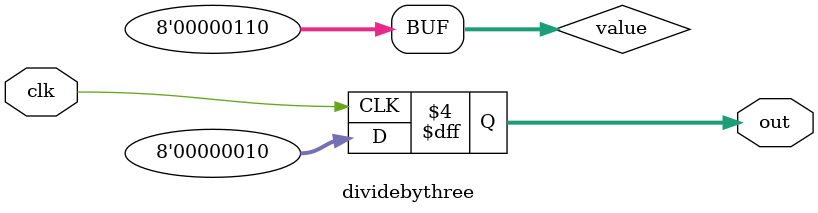
<source format=sv>
module dividebythree
(
    input logic clk, output logic [7:0] out
);

    logic [7:0] value = 6;

    always@(posedge clk) begin
        out <= value/3;
    end
endmodule
</source>
